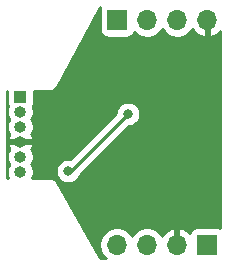
<source format=gbr>
G04 #@! TF.GenerationSoftware,KiCad,Pcbnew,5.1.5-52549c5~84~ubuntu19.04.1*
G04 #@! TF.CreationDate,2020-02-16T02:46:56+01:00*
G04 #@! TF.ProjectId,ilulissat_debug,696c756c-6973-4736-9174-5f6465627567,rev?*
G04 #@! TF.SameCoordinates,Original*
G04 #@! TF.FileFunction,Copper,L2,Bot*
G04 #@! TF.FilePolarity,Positive*
%FSLAX46Y46*%
G04 Gerber Fmt 4.6, Leading zero omitted, Abs format (unit mm)*
G04 Created by KiCad (PCBNEW 5.1.5-52549c5~84~ubuntu19.04.1) date 2020-02-16 02:46:56*
%MOMM*%
%LPD*%
G04 APERTURE LIST*
%ADD10O,1.700000X1.700000*%
%ADD11R,1.700000X1.700000*%
%ADD12O,1.000000X1.000000*%
%ADD13R,1.000000X1.000000*%
%ADD14C,0.800000*%
%ADD15C,0.250000*%
%ADD16C,0.254000*%
G04 APERTURE END LIST*
D10*
X162820000Y-93500000D03*
X160280000Y-93500000D03*
X157740000Y-93500000D03*
D11*
X155200000Y-93500000D03*
D10*
X155180000Y-112525000D03*
X157720000Y-112525000D03*
X160260000Y-112525000D03*
D11*
X162800000Y-112525000D03*
D12*
X147000000Y-106350000D03*
X147000000Y-105080000D03*
X147000000Y-103810000D03*
X147000000Y-102540000D03*
X147000000Y-101270000D03*
D13*
X147000000Y-100000000D03*
D14*
X156125000Y-101450000D03*
X151050000Y-106300000D03*
X154550000Y-105725000D03*
X154075000Y-97725000D03*
X160275000Y-98400000D03*
X153850000Y-108450000D03*
X152625000Y-110650000D03*
D15*
X151275000Y-106300000D02*
X156125000Y-101450000D01*
X151050000Y-106300000D02*
X151275000Y-106300000D01*
D16*
G36*
X153724188Y-92525518D02*
G01*
X153711928Y-92650000D01*
X153711928Y-94350000D01*
X153724188Y-94474482D01*
X153760498Y-94594180D01*
X153819463Y-94704494D01*
X153898815Y-94801185D01*
X153995506Y-94880537D01*
X154105820Y-94939502D01*
X154225518Y-94975812D01*
X154350000Y-94988072D01*
X156050000Y-94988072D01*
X156174482Y-94975812D01*
X156294180Y-94939502D01*
X156404494Y-94880537D01*
X156501185Y-94801185D01*
X156580537Y-94704494D01*
X156639502Y-94594180D01*
X156661513Y-94521620D01*
X156793368Y-94653475D01*
X157036589Y-94815990D01*
X157306842Y-94927932D01*
X157593740Y-94985000D01*
X157886260Y-94985000D01*
X158173158Y-94927932D01*
X158443411Y-94815990D01*
X158686632Y-94653475D01*
X158893475Y-94446632D01*
X159010000Y-94272240D01*
X159126525Y-94446632D01*
X159333368Y-94653475D01*
X159576589Y-94815990D01*
X159846842Y-94927932D01*
X160133740Y-94985000D01*
X160426260Y-94985000D01*
X160713158Y-94927932D01*
X160983411Y-94815990D01*
X161226632Y-94653475D01*
X161433475Y-94446632D01*
X161555195Y-94264466D01*
X161624822Y-94381355D01*
X161819731Y-94597588D01*
X162053080Y-94771641D01*
X162315901Y-94896825D01*
X162463110Y-94941476D01*
X162693000Y-94820155D01*
X162693000Y-93627000D01*
X162673000Y-93627000D01*
X162673000Y-93373000D01*
X162693000Y-93373000D01*
X162693000Y-93353000D01*
X162947000Y-93353000D01*
X162947000Y-93373000D01*
X162967000Y-93373000D01*
X162967000Y-93627000D01*
X162947000Y-93627000D01*
X162947000Y-94820155D01*
X163176890Y-94941476D01*
X163324099Y-94896825D01*
X163586920Y-94771641D01*
X163820269Y-94597588D01*
X163940000Y-94464758D01*
X163940001Y-111109990D01*
X163894180Y-111085498D01*
X163774482Y-111049188D01*
X163650000Y-111036928D01*
X161950000Y-111036928D01*
X161825518Y-111049188D01*
X161705820Y-111085498D01*
X161595506Y-111144463D01*
X161498815Y-111223815D01*
X161419463Y-111320506D01*
X161360498Y-111430820D01*
X161336034Y-111511466D01*
X161260269Y-111427412D01*
X161026920Y-111253359D01*
X160764099Y-111128175D01*
X160616890Y-111083524D01*
X160387000Y-111204845D01*
X160387000Y-112398000D01*
X160407000Y-112398000D01*
X160407000Y-112652000D01*
X160387000Y-112652000D01*
X160387000Y-112672000D01*
X160133000Y-112672000D01*
X160133000Y-112652000D01*
X160113000Y-112652000D01*
X160113000Y-112398000D01*
X160133000Y-112398000D01*
X160133000Y-111204845D01*
X159903110Y-111083524D01*
X159755901Y-111128175D01*
X159493080Y-111253359D01*
X159259731Y-111427412D01*
X159064822Y-111643645D01*
X158995195Y-111760534D01*
X158873475Y-111578368D01*
X158666632Y-111371525D01*
X158423411Y-111209010D01*
X158153158Y-111097068D01*
X157866260Y-111040000D01*
X157573740Y-111040000D01*
X157286842Y-111097068D01*
X157016589Y-111209010D01*
X156773368Y-111371525D01*
X156566525Y-111578368D01*
X156450000Y-111752760D01*
X156333475Y-111578368D01*
X156126632Y-111371525D01*
X155883411Y-111209010D01*
X155613158Y-111097068D01*
X155326260Y-111040000D01*
X155033740Y-111040000D01*
X154746842Y-111097068D01*
X154476589Y-111209010D01*
X154233368Y-111371525D01*
X154026525Y-111578368D01*
X153864010Y-111821589D01*
X153752068Y-112091842D01*
X153695000Y-112378740D01*
X153695000Y-112671260D01*
X153752068Y-112958158D01*
X153864010Y-113228411D01*
X154026525Y-113471632D01*
X154219893Y-113665000D01*
X153783013Y-113665000D01*
X150077663Y-107180639D01*
X150051425Y-107131550D01*
X150024823Y-107099135D01*
X150000556Y-107064951D01*
X149983679Y-107049002D01*
X149968948Y-107031052D01*
X149936530Y-107004447D01*
X149906064Y-106975657D01*
X149886406Y-106963311D01*
X149868450Y-106948575D01*
X149831464Y-106928806D01*
X149795968Y-106906513D01*
X149774276Y-106898238D01*
X149753793Y-106887290D01*
X149713663Y-106875117D01*
X149674497Y-106860176D01*
X149651610Y-106856292D01*
X149629383Y-106849550D01*
X149587648Y-106845440D01*
X149546320Y-106838427D01*
X149490711Y-106840000D01*
X148025551Y-106840000D01*
X148091383Y-106681067D01*
X148135000Y-106461788D01*
X148135000Y-106238212D01*
X148127014Y-106198061D01*
X150015000Y-106198061D01*
X150015000Y-106401939D01*
X150054774Y-106601898D01*
X150132795Y-106790256D01*
X150246063Y-106959774D01*
X150390226Y-107103937D01*
X150559744Y-107217205D01*
X150748102Y-107295226D01*
X150948061Y-107335000D01*
X151151939Y-107335000D01*
X151351898Y-107295226D01*
X151540256Y-107217205D01*
X151709774Y-107103937D01*
X151853937Y-106959774D01*
X151967205Y-106790256D01*
X152043333Y-106606468D01*
X156164802Y-102485000D01*
X156226939Y-102485000D01*
X156426898Y-102445226D01*
X156615256Y-102367205D01*
X156784774Y-102253937D01*
X156928937Y-102109774D01*
X157042205Y-101940256D01*
X157120226Y-101751898D01*
X157160000Y-101551939D01*
X157160000Y-101348061D01*
X157120226Y-101148102D01*
X157042205Y-100959744D01*
X156928937Y-100790226D01*
X156784774Y-100646063D01*
X156615256Y-100532795D01*
X156426898Y-100454774D01*
X156226939Y-100415000D01*
X156023061Y-100415000D01*
X155823102Y-100454774D01*
X155634744Y-100532795D01*
X155465226Y-100646063D01*
X155321063Y-100790226D01*
X155207795Y-100959744D01*
X155129774Y-101148102D01*
X155090000Y-101348061D01*
X155090000Y-101410198D01*
X151221385Y-105278814D01*
X151151939Y-105265000D01*
X150948061Y-105265000D01*
X150748102Y-105304774D01*
X150559744Y-105382795D01*
X150390226Y-105496063D01*
X150246063Y-105640226D01*
X150132795Y-105809744D01*
X150054774Y-105998102D01*
X150015000Y-106198061D01*
X148127014Y-106198061D01*
X148091383Y-106018933D01*
X148005824Y-105812376D01*
X147940759Y-105715000D01*
X148005824Y-105617624D01*
X148091383Y-105411067D01*
X148135000Y-105191788D01*
X148135000Y-104968212D01*
X148091383Y-104748933D01*
X148005824Y-104542376D01*
X147937647Y-104440342D01*
X147987123Y-104370206D01*
X148077446Y-104166864D01*
X148094119Y-104111874D01*
X147967954Y-103937000D01*
X147127000Y-103937000D01*
X147127000Y-103948026D01*
X147111788Y-103945000D01*
X146888212Y-103945000D01*
X146873000Y-103948026D01*
X146873000Y-103937000D01*
X146032046Y-103937000D01*
X145905881Y-104111874D01*
X145922554Y-104166864D01*
X146012877Y-104370206D01*
X146062353Y-104440342D01*
X145994176Y-104542376D01*
X145908617Y-104748933D01*
X145865000Y-104968212D01*
X145865000Y-105191788D01*
X145908617Y-105411067D01*
X145994176Y-105617624D01*
X146059241Y-105715000D01*
X145994176Y-105812376D01*
X145908617Y-106018933D01*
X145865000Y-106238212D01*
X145865000Y-106461788D01*
X145908617Y-106681067D01*
X145974449Y-106840000D01*
X145860000Y-106840000D01*
X145860000Y-99510000D01*
X145861928Y-99510000D01*
X145861928Y-100500000D01*
X145874188Y-100624482D01*
X145910498Y-100744180D01*
X145954888Y-100827226D01*
X145908617Y-100938933D01*
X145865000Y-101158212D01*
X145865000Y-101381788D01*
X145908617Y-101601067D01*
X145994176Y-101807624D01*
X146059241Y-101905000D01*
X145994176Y-102002376D01*
X145908617Y-102208933D01*
X145865000Y-102428212D01*
X145865000Y-102651788D01*
X145908617Y-102871067D01*
X145994176Y-103077624D01*
X146062353Y-103179658D01*
X146012877Y-103249794D01*
X145922554Y-103453136D01*
X145905881Y-103508126D01*
X146032046Y-103683000D01*
X146873000Y-103683000D01*
X146873000Y-103671974D01*
X146888212Y-103675000D01*
X147111788Y-103675000D01*
X147127000Y-103671974D01*
X147127000Y-103683000D01*
X147967954Y-103683000D01*
X148094119Y-103508126D01*
X148077446Y-103453136D01*
X147987123Y-103249794D01*
X147937647Y-103179658D01*
X148005824Y-103077624D01*
X148091383Y-102871067D01*
X148135000Y-102651788D01*
X148135000Y-102428212D01*
X148091383Y-102208933D01*
X148005824Y-102002376D01*
X147940759Y-101905000D01*
X148005824Y-101807624D01*
X148091383Y-101601067D01*
X148135000Y-101381788D01*
X148135000Y-101158212D01*
X148091383Y-100938933D01*
X148045112Y-100827226D01*
X148089502Y-100744180D01*
X148125812Y-100624482D01*
X148138072Y-100500000D01*
X148138072Y-99510000D01*
X149497357Y-99510000D01*
X149559409Y-99510526D01*
X149594161Y-99503919D01*
X149629383Y-99500450D01*
X149657884Y-99491804D01*
X149687130Y-99486244D01*
X149719928Y-99472983D01*
X149753793Y-99462710D01*
X149780058Y-99448671D01*
X149807660Y-99437511D01*
X149837239Y-99418108D01*
X149868450Y-99401425D01*
X149891472Y-99382531D01*
X149916366Y-99366201D01*
X149941594Y-99341397D01*
X149968948Y-99318948D01*
X149987840Y-99295928D01*
X150009071Y-99275054D01*
X150028974Y-99245806D01*
X150051425Y-99218450D01*
X150080747Y-99163592D01*
X153752596Y-92431871D01*
X153724188Y-92525518D01*
G37*
X153724188Y-92525518D02*
X153711928Y-92650000D01*
X153711928Y-94350000D01*
X153724188Y-94474482D01*
X153760498Y-94594180D01*
X153819463Y-94704494D01*
X153898815Y-94801185D01*
X153995506Y-94880537D01*
X154105820Y-94939502D01*
X154225518Y-94975812D01*
X154350000Y-94988072D01*
X156050000Y-94988072D01*
X156174482Y-94975812D01*
X156294180Y-94939502D01*
X156404494Y-94880537D01*
X156501185Y-94801185D01*
X156580537Y-94704494D01*
X156639502Y-94594180D01*
X156661513Y-94521620D01*
X156793368Y-94653475D01*
X157036589Y-94815990D01*
X157306842Y-94927932D01*
X157593740Y-94985000D01*
X157886260Y-94985000D01*
X158173158Y-94927932D01*
X158443411Y-94815990D01*
X158686632Y-94653475D01*
X158893475Y-94446632D01*
X159010000Y-94272240D01*
X159126525Y-94446632D01*
X159333368Y-94653475D01*
X159576589Y-94815990D01*
X159846842Y-94927932D01*
X160133740Y-94985000D01*
X160426260Y-94985000D01*
X160713158Y-94927932D01*
X160983411Y-94815990D01*
X161226632Y-94653475D01*
X161433475Y-94446632D01*
X161555195Y-94264466D01*
X161624822Y-94381355D01*
X161819731Y-94597588D01*
X162053080Y-94771641D01*
X162315901Y-94896825D01*
X162463110Y-94941476D01*
X162693000Y-94820155D01*
X162693000Y-93627000D01*
X162673000Y-93627000D01*
X162673000Y-93373000D01*
X162693000Y-93373000D01*
X162693000Y-93353000D01*
X162947000Y-93353000D01*
X162947000Y-93373000D01*
X162967000Y-93373000D01*
X162967000Y-93627000D01*
X162947000Y-93627000D01*
X162947000Y-94820155D01*
X163176890Y-94941476D01*
X163324099Y-94896825D01*
X163586920Y-94771641D01*
X163820269Y-94597588D01*
X163940000Y-94464758D01*
X163940001Y-111109990D01*
X163894180Y-111085498D01*
X163774482Y-111049188D01*
X163650000Y-111036928D01*
X161950000Y-111036928D01*
X161825518Y-111049188D01*
X161705820Y-111085498D01*
X161595506Y-111144463D01*
X161498815Y-111223815D01*
X161419463Y-111320506D01*
X161360498Y-111430820D01*
X161336034Y-111511466D01*
X161260269Y-111427412D01*
X161026920Y-111253359D01*
X160764099Y-111128175D01*
X160616890Y-111083524D01*
X160387000Y-111204845D01*
X160387000Y-112398000D01*
X160407000Y-112398000D01*
X160407000Y-112652000D01*
X160387000Y-112652000D01*
X160387000Y-112672000D01*
X160133000Y-112672000D01*
X160133000Y-112652000D01*
X160113000Y-112652000D01*
X160113000Y-112398000D01*
X160133000Y-112398000D01*
X160133000Y-111204845D01*
X159903110Y-111083524D01*
X159755901Y-111128175D01*
X159493080Y-111253359D01*
X159259731Y-111427412D01*
X159064822Y-111643645D01*
X158995195Y-111760534D01*
X158873475Y-111578368D01*
X158666632Y-111371525D01*
X158423411Y-111209010D01*
X158153158Y-111097068D01*
X157866260Y-111040000D01*
X157573740Y-111040000D01*
X157286842Y-111097068D01*
X157016589Y-111209010D01*
X156773368Y-111371525D01*
X156566525Y-111578368D01*
X156450000Y-111752760D01*
X156333475Y-111578368D01*
X156126632Y-111371525D01*
X155883411Y-111209010D01*
X155613158Y-111097068D01*
X155326260Y-111040000D01*
X155033740Y-111040000D01*
X154746842Y-111097068D01*
X154476589Y-111209010D01*
X154233368Y-111371525D01*
X154026525Y-111578368D01*
X153864010Y-111821589D01*
X153752068Y-112091842D01*
X153695000Y-112378740D01*
X153695000Y-112671260D01*
X153752068Y-112958158D01*
X153864010Y-113228411D01*
X154026525Y-113471632D01*
X154219893Y-113665000D01*
X153783013Y-113665000D01*
X150077663Y-107180639D01*
X150051425Y-107131550D01*
X150024823Y-107099135D01*
X150000556Y-107064951D01*
X149983679Y-107049002D01*
X149968948Y-107031052D01*
X149936530Y-107004447D01*
X149906064Y-106975657D01*
X149886406Y-106963311D01*
X149868450Y-106948575D01*
X149831464Y-106928806D01*
X149795968Y-106906513D01*
X149774276Y-106898238D01*
X149753793Y-106887290D01*
X149713663Y-106875117D01*
X149674497Y-106860176D01*
X149651610Y-106856292D01*
X149629383Y-106849550D01*
X149587648Y-106845440D01*
X149546320Y-106838427D01*
X149490711Y-106840000D01*
X148025551Y-106840000D01*
X148091383Y-106681067D01*
X148135000Y-106461788D01*
X148135000Y-106238212D01*
X148127014Y-106198061D01*
X150015000Y-106198061D01*
X150015000Y-106401939D01*
X150054774Y-106601898D01*
X150132795Y-106790256D01*
X150246063Y-106959774D01*
X150390226Y-107103937D01*
X150559744Y-107217205D01*
X150748102Y-107295226D01*
X150948061Y-107335000D01*
X151151939Y-107335000D01*
X151351898Y-107295226D01*
X151540256Y-107217205D01*
X151709774Y-107103937D01*
X151853937Y-106959774D01*
X151967205Y-106790256D01*
X152043333Y-106606468D01*
X156164802Y-102485000D01*
X156226939Y-102485000D01*
X156426898Y-102445226D01*
X156615256Y-102367205D01*
X156784774Y-102253937D01*
X156928937Y-102109774D01*
X157042205Y-101940256D01*
X157120226Y-101751898D01*
X157160000Y-101551939D01*
X157160000Y-101348061D01*
X157120226Y-101148102D01*
X157042205Y-100959744D01*
X156928937Y-100790226D01*
X156784774Y-100646063D01*
X156615256Y-100532795D01*
X156426898Y-100454774D01*
X156226939Y-100415000D01*
X156023061Y-100415000D01*
X155823102Y-100454774D01*
X155634744Y-100532795D01*
X155465226Y-100646063D01*
X155321063Y-100790226D01*
X155207795Y-100959744D01*
X155129774Y-101148102D01*
X155090000Y-101348061D01*
X155090000Y-101410198D01*
X151221385Y-105278814D01*
X151151939Y-105265000D01*
X150948061Y-105265000D01*
X150748102Y-105304774D01*
X150559744Y-105382795D01*
X150390226Y-105496063D01*
X150246063Y-105640226D01*
X150132795Y-105809744D01*
X150054774Y-105998102D01*
X150015000Y-106198061D01*
X148127014Y-106198061D01*
X148091383Y-106018933D01*
X148005824Y-105812376D01*
X147940759Y-105715000D01*
X148005824Y-105617624D01*
X148091383Y-105411067D01*
X148135000Y-105191788D01*
X148135000Y-104968212D01*
X148091383Y-104748933D01*
X148005824Y-104542376D01*
X147937647Y-104440342D01*
X147987123Y-104370206D01*
X148077446Y-104166864D01*
X148094119Y-104111874D01*
X147967954Y-103937000D01*
X147127000Y-103937000D01*
X147127000Y-103948026D01*
X147111788Y-103945000D01*
X146888212Y-103945000D01*
X146873000Y-103948026D01*
X146873000Y-103937000D01*
X146032046Y-103937000D01*
X145905881Y-104111874D01*
X145922554Y-104166864D01*
X146012877Y-104370206D01*
X146062353Y-104440342D01*
X145994176Y-104542376D01*
X145908617Y-104748933D01*
X145865000Y-104968212D01*
X145865000Y-105191788D01*
X145908617Y-105411067D01*
X145994176Y-105617624D01*
X146059241Y-105715000D01*
X145994176Y-105812376D01*
X145908617Y-106018933D01*
X145865000Y-106238212D01*
X145865000Y-106461788D01*
X145908617Y-106681067D01*
X145974449Y-106840000D01*
X145860000Y-106840000D01*
X145860000Y-99510000D01*
X145861928Y-99510000D01*
X145861928Y-100500000D01*
X145874188Y-100624482D01*
X145910498Y-100744180D01*
X145954888Y-100827226D01*
X145908617Y-100938933D01*
X145865000Y-101158212D01*
X145865000Y-101381788D01*
X145908617Y-101601067D01*
X145994176Y-101807624D01*
X146059241Y-101905000D01*
X145994176Y-102002376D01*
X145908617Y-102208933D01*
X145865000Y-102428212D01*
X145865000Y-102651788D01*
X145908617Y-102871067D01*
X145994176Y-103077624D01*
X146062353Y-103179658D01*
X146012877Y-103249794D01*
X145922554Y-103453136D01*
X145905881Y-103508126D01*
X146032046Y-103683000D01*
X146873000Y-103683000D01*
X146873000Y-103671974D01*
X146888212Y-103675000D01*
X147111788Y-103675000D01*
X147127000Y-103671974D01*
X147127000Y-103683000D01*
X147967954Y-103683000D01*
X148094119Y-103508126D01*
X148077446Y-103453136D01*
X147987123Y-103249794D01*
X147937647Y-103179658D01*
X148005824Y-103077624D01*
X148091383Y-102871067D01*
X148135000Y-102651788D01*
X148135000Y-102428212D01*
X148091383Y-102208933D01*
X148005824Y-102002376D01*
X147940759Y-101905000D01*
X148005824Y-101807624D01*
X148091383Y-101601067D01*
X148135000Y-101381788D01*
X148135000Y-101158212D01*
X148091383Y-100938933D01*
X148045112Y-100827226D01*
X148089502Y-100744180D01*
X148125812Y-100624482D01*
X148138072Y-100500000D01*
X148138072Y-99510000D01*
X149497357Y-99510000D01*
X149559409Y-99510526D01*
X149594161Y-99503919D01*
X149629383Y-99500450D01*
X149657884Y-99491804D01*
X149687130Y-99486244D01*
X149719928Y-99472983D01*
X149753793Y-99462710D01*
X149780058Y-99448671D01*
X149807660Y-99437511D01*
X149837239Y-99418108D01*
X149868450Y-99401425D01*
X149891472Y-99382531D01*
X149916366Y-99366201D01*
X149941594Y-99341397D01*
X149968948Y-99318948D01*
X149987840Y-99295928D01*
X150009071Y-99275054D01*
X150028974Y-99245806D01*
X150051425Y-99218450D01*
X150080747Y-99163592D01*
X153752596Y-92431871D01*
X153724188Y-92525518D01*
M02*

</source>
